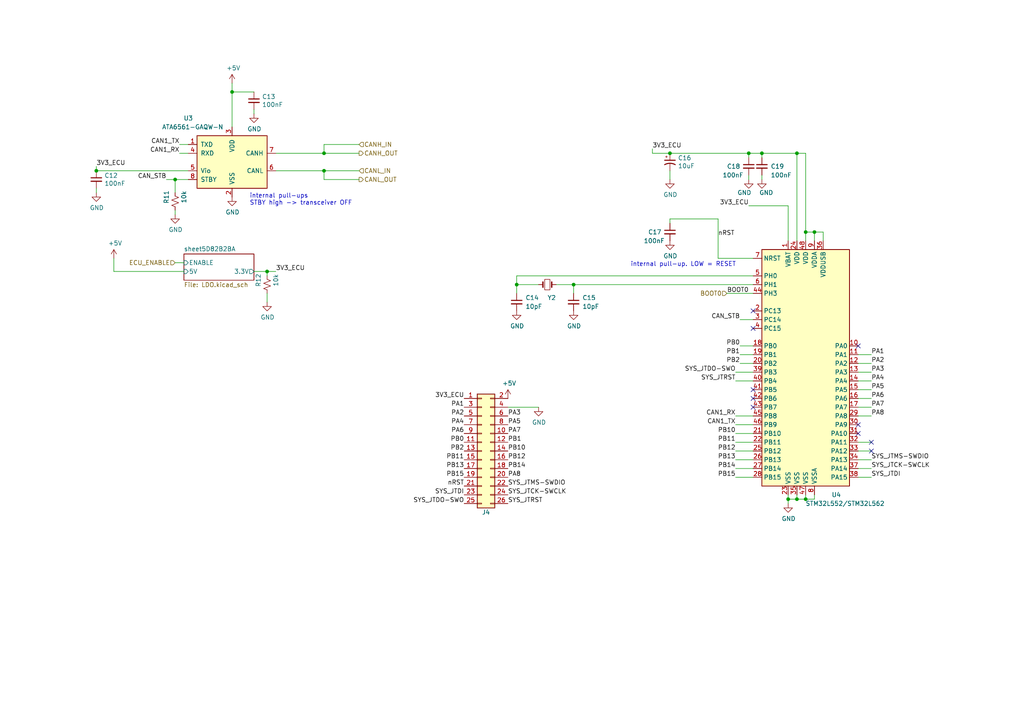
<source format=kicad_sch>
(kicad_sch (version 20230121) (generator eeschema)
  (paper "A4")
  (title_block (title "RAMN: Resistant Automotive Miniature Network V1.0") (date "2024-02-20") (rev "B2L") (company "Copyright (c) 2024 TOYOTA MOTOR CORPORATION. ALL RIGHTS RESERVED.") (comment 3 "License: CC BY-SA 4.0") (comment 4 "https://github.com/toyotainfotech/ramn"))
  (lib_symbols
    (symbol "Connector_Generic:Conn_02x13_Odd_Even" (pin_names (offset 1.016) hide)
      (property "Reference" "J" (at 1.27 17.78 0))
      (property "Value" "Conn_02x13_Odd_Even" (at 1.27 -17.78 0))
      (symbol "Conn_02x13_Odd_Even_1_1"
        (rectangle (start -1.27 -15.113) (end 0 -15.367) (stroke (width 0.1524)))
        (rectangle (start -1.27 -12.573) (end 0 -12.827) (stroke (width 0.1524)))
        (rectangle (start -1.27 -10.033) (end 0 -10.287) (stroke (width 0.1524)))
        (rectangle (start -1.27 -7.493) (end 0 -7.747) (stroke (width 0.1524)))
        (rectangle (start -1.27 -4.953) (end 0 -5.207) (stroke (width 0.1524)))
        (rectangle (start -1.27 -2.413) (end 0 -2.667) (stroke (width 0.1524)))
        (rectangle (start -1.27 0.127) (end 0 -0.127) (stroke (width 0.1524)))
        (rectangle (start -1.27 2.667) (end 0 2.413) (stroke (width 0.1524)))
        (rectangle (start -1.27 5.207) (end 0 4.953) (stroke (width 0.1524)))
        (rectangle (start -1.27 7.747) (end 0 7.493) (stroke (width 0.1524)))
        (rectangle (start -1.27 10.287) (end 0 10.033) (stroke (width 0.1524)))
        (rectangle (start -1.27 12.827) (end 0 12.573) (stroke (width 0.1524)))
        (rectangle (start -1.27 15.367) (end 0 15.113) (stroke (width 0.1524)))
        (rectangle (start -1.27 16.51) (end 3.81 -16.51) (stroke (width 0.254)) (fill (type background)))
        (rectangle (start 3.81 -15.113) (end 2.54 -15.367) (stroke (width 0.1524)))
        (rectangle (start 3.81 -12.573) (end 2.54 -12.827) (stroke (width 0.1524)))
        (rectangle (start 3.81 -10.033) (end 2.54 -10.287) (stroke (width 0.1524)))
        (rectangle (start 3.81 -7.493) (end 2.54 -7.747) (stroke (width 0.1524)))
        (rectangle (start 3.81 -4.953) (end 2.54 -5.207) (stroke (width 0.1524)))
        (rectangle (start 3.81 -2.413) (end 2.54 -2.667) (stroke (width 0.1524)))
        (rectangle (start 3.81 0.127) (end 2.54 -0.127) (stroke (width 0.1524)))
        (rectangle (start 3.81 2.667) (end 2.54 2.413) (stroke (width 0.1524)))
        (rectangle (start 3.81 5.207) (end 2.54 4.953) (stroke (width 0.1524)))
        (rectangle (start 3.81 7.747) (end 2.54 7.493) (stroke (width 0.1524)))
        (rectangle (start 3.81 10.287) (end 2.54 10.033) (stroke (width 0.1524)))
        (rectangle (start 3.81 12.827) (end 2.54 12.573) (stroke (width 0.1524)))
        (rectangle (start 3.81 15.367) (end 2.54 15.113) (stroke (width 0.1524)))
        (pin passive line (at -5.08 15.24 0) (length 3.81) (name "Pin_1") (number "1"))
        (pin passive line (at 7.62 5.08 180) (length 3.81) (name "Pin_10") (number "10"))
        (pin passive line (at -5.08 2.54 0) (length 3.81) (name "Pin_11") (number "11"))
        (pin passive line (at 7.62 2.54 180) (length 3.81) (name "Pin_12") (number "12"))
        (pin passive line (at -5.08 0 0) (length 3.81) (name "Pin_13") (number "13"))
        (pin passive line (at 7.62 0 180) (length 3.81) (name "Pin_14") (number "14"))
        (pin passive line (at -5.08 -2.54 0) (length 3.81) (name "Pin_15") (number "15"))
        (pin passive line (at 7.62 -2.54 180) (length 3.81) (name "Pin_16") (number "16"))
        (pin passive line (at -5.08 -5.08 0) (length 3.81) (name "Pin_17") (number "17"))
        (pin passive line (at 7.62 -5.08 180) (length 3.81) (name "Pin_18") (number "18"))
        (pin passive line (at -5.08 -7.62 0) (length 3.81) (name "Pin_19") (number "19"))
        (pin passive line (at 7.62 15.24 180) (length 3.81) (name "Pin_2") (number "2"))
        (pin passive line (at 7.62 -7.62 180) (length 3.81) (name "Pin_20") (number "20"))
        (pin passive line (at -5.08 -10.16 0) (length 3.81) (name "Pin_21") (number "21"))
        (pin passive line (at 7.62 -10.16 180) (length 3.81) (name "Pin_22") (number "22"))
        (pin passive line (at -5.08 -12.7 0) (length 3.81) (name "Pin_23") (number "23"))
        (pin passive line (at 7.62 -12.7 180) (length 3.81) (name "Pin_24") (number "24"))
        (pin passive line (at -5.08 -15.24 0) (length 3.81) (name "Pin_25") (number "25"))
        (pin passive line (at 7.62 -15.24 180) (length 3.81) (name "Pin_26") (number "26"))
        (pin passive line (at -5.08 12.7 0) (length 3.81) (name "Pin_3") (number "3"))
        (pin passive line (at 7.62 12.7 180) (length 3.81) (name "Pin_4") (number "4"))
        (pin passive line (at -5.08 10.16 0) (length 3.81) (name "Pin_5") (number "5"))
        (pin passive line (at 7.62 10.16 180) (length 3.81) (name "Pin_6") (number "6"))
        (pin passive line (at -5.08 7.62 0) (length 3.81) (name "Pin_7") (number "7"))
        (pin passive line (at 7.62 7.62 180) (length 3.81) (name "Pin_8") (number "8"))
        (pin passive line (at -5.08 5.08 0) (length 3.81) (name "Pin_9") (number "9"))
      )
    )
    (symbol "Device:C_Small" (pin_numbers hide) (pin_names (offset 0.254) hide)
      (property "Reference" "C" (at 0.254 1.778 0))
      (property "Value" "C_Small" (at 0.254 -2.032 0))
      (symbol "C_Small_0_1"
        (polyline (pts (xy -1.524 -0.508) (xy 1.524 -0.508)) (stroke (width 0.3302)))
        (polyline (pts (xy -1.524 0.508) (xy 1.524 0.508)) (stroke (width 0.3048)))
      )
      (symbol "C_Small_1_1"
        (pin passive line (at 0 2.54 270) (length 2.032) (name "~") (number "1"))
        (pin passive line (at 0 -2.54 90) (length 2.032) (name "~") (number "2"))
      )
    )
    (symbol "Device:Crystal_Small" (pin_numbers hide) (pin_names (offset 1.016) hide)
      (property "Reference" "Y" (at 0 2.54 0))
      (property "Value" "Crystal_Small" (at 0 -2.54 0))
      (symbol "Crystal_Small_0_1"
        (rectangle (start -0.762 -1.524) (end 0.762 1.524))
        (polyline (pts (xy -1.27 -0.762) (xy -1.27 0.762)) (stroke (width 0.381)))
        (polyline (pts (xy 1.27 -0.762) (xy 1.27 0.762)) (stroke (width 0.381)))
      )
      (symbol "Crystal_Small_1_1"
        (pin passive line (at -2.54 0 0) (length 1.27) (name "1") (number "1"))
        (pin passive line (at 2.54 0 180) (length 1.27) (name "2") (number "2"))
      )
    )
    (symbol "Device:R_Small_US" (pin_numbers hide) (pin_names (offset 0.254) hide)
      (property "Reference" "R" (at 0.762 0.508 0))
      (property "Value" "R_Small_US" (at 0.762 -1.016 0))
      (symbol "R_Small_US_1_1"
        (polyline (pts (xy 0 0) (xy 1.016 -0.381) (xy 0 -0.762) (xy -1.016 -1.143) (xy 0 -1.524)))
        (polyline (pts (xy 0 1.524) (xy 1.016 1.143) (xy 0 0.762) (xy -1.016 0.381) (xy 0 0)))
        (pin passive line (at 0 2.54 270) (length 1.016) (name "~") (number "1"))
        (pin passive line (at 0 -2.54 90) (length 1.016) (name "~") (number "2"))
      )
    )
    (symbol "Interface_CAN_LIN:MCP2562-E-SN" (pin_names (offset 1.016))
      (property "Reference" "U" (at -10.16 8.89 0))
      (property "Value" "MCP2562-E-SN" (at 2.54 8.89 0))
      (symbol "MCP2562-E-SN_0_1"
        (rectangle (start -10.16 7.62) (end 10.16 -7.62) (stroke (width 0.254)) (fill (type background)))
      )
      (symbol "MCP2562-E-SN_1_1"
        (pin input line (at -12.7 5.08 0) (length 2.54) (name "TXD") (number "1"))
        (pin power_in line (at 0 -10.16 90) (length 2.54) (name "VSS") (number "2"))
        (pin power_in line (at 0 10.16 270) (length 2.54) (name "VDD") (number "3"))
        (pin output line (at -12.7 2.54 0) (length 2.54) (name "RXD") (number "4"))
        (pin power_in line (at -12.7 -2.54 0) (length 2.54) (name "Vio") (number "5"))
        (pin bidirectional line (at 12.7 -2.54 180) (length 2.54) (name "CANL") (number "6"))
        (pin bidirectional line (at 12.7 2.54 180) (length 2.54) (name "CANH") (number "7"))
        (pin input line (at -12.7 -5.08 0) (length 2.54) (name "STBY") (number "8"))
      )
    )
    (symbol "power:+5V" (power) (pin_names (offset 0))
      (property "Value" "+5V" (at 0 3.556 0))
      (symbol "+5V_0_1"
        (polyline (pts (xy -0.762 1.27) (xy 0 2.54)))
        (polyline (pts (xy 0 0) (xy 0 2.54)))
        (polyline (pts (xy 0 2.54) (xy 0.762 1.27)))
      )
      (symbol "+5V_1_1"
        (pin power_in line (at 0 0 90) (length 0) hide (name "+5V") (number "1"))
      )
    )
    (symbol "power:GND" (power) (pin_names (offset 0))
      (property "Value" "GND" (at 0 -3.81 0))
      (symbol "GND_0_1"
        (polyline (pts (xy 0 0) (xy 0 -1.27) (xy 1.27 -1.27) (xy 0 -2.54) (xy -1.27 -1.27) (xy 0 -1.27)))
      )
      (symbol "GND_1_1"
        (pin power_in line (at 0 0 270) (length 0) hide (name "GND") (number "1"))
      )
    )
    (symbol "ramn-rescue:CP1_Small-Device" (pin_numbers hide) (pin_names (offset 0.254) hide)
      (property "Reference" "C" (at 0.254 1.778 0))
      (property "Value" "Device_CP1_Small" (at 0.254 -2.032 0))
      (symbol "CP1_Small-Device_0_1"
        (polyline (pts (xy -1.524 0.508) (xy 1.524 0.508)) (stroke (width 0.3048)))
        (polyline (pts (xy -1.27 1.524) (xy -0.762 1.524)))
        (polyline (pts (xy -1.016 1.27) (xy -1.016 1.778)))
        (arc (start 1.524 -0.762) (mid 0 -0.3734) (end -1.524 -0.762) (stroke (width 0.3048)))
      )
      (symbol "CP1_Small-Device_1_1"
        (pin passive line (at 0 2.54 270) (length 2.032) (name "~") (number "1"))
        (pin passive line (at 0 -2.54 90) (length 2.032) (name "~") (number "2"))
      )
    )
    (symbol "ramn-rescue:STM32L443CCTx-MCU_ST_STM32L4"
      (property "Reference" "U" (at -12.7 34.29 0))
      (property "Value" "MCU_ST_STM32L4_STM32L443CCTx" (at 7.62 34.29 0))
      (symbol "STM32L443CCTx-MCU_ST_STM32L4_0_1"
        (rectangle (start -12.7 -35.56) (end 12.7 33.02) (stroke (width 0.254)) (fill (type background)))
      )
      (symbol "STM32L443CCTx-MCU_ST_STM32L4_1_1"
        (pin power_in line (at -5.08 35.56 270) (length 2.54) (name "VBAT") (number "1"))
        (pin bidirectional line (at 15.24 5.08 180) (length 2.54) (name "PA0") (number "10"))
        (pin bidirectional line (at 15.24 2.54 180) (length 2.54) (name "PA1") (number "11"))
        (pin bidirectional line (at 15.24 0 180) (length 2.54) (name "PA2") (number "12"))
        (pin bidirectional line (at 15.24 -2.54 180) (length 2.54) (name "PA3") (number "13"))
        (pin bidirectional line (at 15.24 -5.08 180) (length 2.54) (name "PA4") (number "14"))
        (pin bidirectional line (at 15.24 -7.62 180) (length 2.54) (name "PA5") (number "15"))
        (pin bidirectional line (at 15.24 -10.16 180) (length 2.54) (name "PA6") (number "16"))
        (pin bidirectional line (at 15.24 -12.7 180) (length 2.54) (name "PA7") (number "17"))
        (pin bidirectional line (at -15.24 5.08 0) (length 2.54) (name "PB0") (number "18"))
        (pin bidirectional line (at -15.24 2.54 0) (length 2.54) (name "PB1") (number "19"))
        (pin bidirectional line (at -15.24 15.24 0) (length 2.54) (name "PC13") (number "2"))
        (pin bidirectional line (at -15.24 0 0) (length 2.54) (name "PB2") (number "20"))
        (pin bidirectional line (at -15.24 -20.32 0) (length 2.54) (name "PB10") (number "21"))
        (pin bidirectional line (at -15.24 -22.86 0) (length 2.54) (name "PB11") (number "22"))
        (pin power_in line (at -5.08 -38.1 90) (length 2.54) (name "VSS") (number "23"))
        (pin power_in line (at -2.54 35.56 270) (length 2.54) (name "VDD") (number "24"))
        (pin bidirectional line (at -15.24 -25.4 0) (length 2.54) (name "PB12") (number "25"))
        (pin bidirectional line (at -15.24 -27.94 0) (length 2.54) (name "PB13") (number "26"))
        (pin bidirectional line (at -15.24 -30.48 0) (length 2.54) (name "PB14") (number "27"))
        (pin bidirectional line (at -15.24 -33.02 0) (length 2.54) (name "PB15") (number "28"))
        (pin bidirectional line (at 15.24 -15.24 180) (length 2.54) (name "PA8") (number "29"))
        (pin bidirectional line (at -15.24 12.7 0) (length 2.54) (name "PC14") (number "3"))
        (pin bidirectional line (at 15.24 -17.78 180) (length 2.54) (name "PA9") (number "30"))
        (pin bidirectional line (at 15.24 -20.32 180) (length 2.54) (name "PA10") (number "31"))
        (pin bidirectional line (at 15.24 -22.86 180) (length 2.54) (name "PA11") (number "32"))
        (pin bidirectional line (at 15.24 -25.4 180) (length 2.54) (name "PA12") (number "33"))
        (pin bidirectional line (at 15.24 -27.94 180) (length 2.54) (name "PA13") (number "34"))
        (pin power_in line (at -2.54 -38.1 90) (length 2.54) (name "VSS") (number "35"))
        (pin power_in line (at 5.08 35.56 270) (length 2.54) (name "VDDUSB") (number "36"))
        (pin bidirectional line (at 15.24 -30.48 180) (length 2.54) (name "PA14") (number "37"))
        (pin bidirectional line (at 15.24 -33.02 180) (length 2.54) (name "PA15") (number "38"))
        (pin bidirectional line (at -15.24 -2.54 0) (length 2.54) (name "PB3") (number "39"))
        (pin bidirectional line (at -15.24 10.16 0) (length 2.54) (name "PC15") (number "4"))
        (pin bidirectional line (at -15.24 -5.08 0) (length 2.54) (name "PB4") (number "40"))
        (pin bidirectional line (at -15.24 -7.62 0) (length 2.54) (name "PB5") (number "41"))
        (pin bidirectional line (at -15.24 -10.16 0) (length 2.54) (name "PB6") (number "42"))
        (pin bidirectional line (at -15.24 -12.7 0) (length 2.54) (name "PB7") (number "43"))
        (pin bidirectional line (at -15.24 20.32 0) (length 2.54) (name "PH3") (number "44"))
        (pin bidirectional line (at -15.24 -15.24 0) (length 2.54) (name "PB8") (number "45"))
        (pin bidirectional line (at -15.24 -17.78 0) (length 2.54) (name "PB9") (number "46"))
        (pin power_in line (at 0 -38.1 90) (length 2.54) (name "VSS") (number "47"))
        (pin power_in line (at 0 35.56 270) (length 2.54) (name "VDD") (number "48"))
        (pin input line (at -15.24 25.4 0) (length 2.54) (name "PH0") (number "5"))
        (pin input line (at -15.24 22.86 0) (length 2.54) (name "PH1") (number "6"))
        (pin input line (at -15.24 30.48 0) (length 2.54) (name "NRST") (number "7"))
        (pin power_in line (at 2.54 -38.1 90) (length 2.54) (name "VSSA") (number "8"))
        (pin power_in line (at 2.54 35.56 270) (length 2.54) (name "VDDA") (number "9"))
      )
    )
  )
  (junction (at 231.14 144.78))
  (junction (at 236.22 67.31))
  (junction (at 93.98 44.45))
  (junction (at 93.98 49.53))
  (junction (at 194.31 44.45))
  (junction (at 231.14 44.45))
  (junction (at 149.86 82.55))
  (junction (at 77.47 78.74))
  (junction (at 166.37 82.55))
  (junction (at 27.94 49.53))
  (junction (at 233.68 144.78))
  (junction (at 50.8 52.07))
  (junction (at 233.68 67.31))
  (junction (at 217.17 44.45))
  (junction (at 220.98 44.45))
  (junction (at 228.6 144.78))
  (junction (at 67.31 26.67))
  (no_connect (at 218.44 115.57))
  (no_connect (at 218.44 118.11))
  (no_connect (at 252.73 130.81))
  (no_connect (at 218.44 90.17))
  (no_connect (at 248.92 100.33))
  (no_connect (at 218.44 113.03))
  (no_connect (at 252.73 128.27))
  (no_connect (at 248.92 123.19))
  (no_connect (at 248.92 125.73))
  (no_connect (at 218.44 95.25))
  (wire (pts (xy 248.92 118.11) (xy 252.73 118.11)))
  (wire (pts (xy 80.01 49.53) (xy 93.98 49.53)))
  (wire (pts (xy 213.36 135.89) (xy 218.44 135.89)))
  (wire (pts (xy 248.92 115.57) (xy 252.73 115.57)))
  (wire (pts (xy 214.63 105.41) (xy 218.44 105.41)))
  (wire (pts (xy 194.31 44.45) (xy 189.23 44.45)))
  (wire (pts (xy 67.31 26.67) (xy 67.31 36.83)))
  (wire (pts (xy 231.14 144.78) (xy 228.6 144.78)))
  (wire (pts (xy 149.86 80.01) (xy 218.44 80.01)))
  (wire (pts (xy 217.17 44.45) (xy 220.98 44.45)))
  (wire (pts (xy 194.31 49.53) (xy 194.31 52.07)))
  (wire (pts (xy 236.22 144.78) (xy 233.68 144.78)))
  (wire (pts (xy 217.17 59.69) (xy 228.6 59.69)))
  (wire (pts (xy 93.98 52.07) (xy 104.14 52.07)))
  (wire (pts (xy 228.6 143.51) (xy 228.6 144.78)))
  (wire (pts (xy 218.44 107.95) (xy 213.36 107.95)))
  (wire (pts (xy 93.98 41.91) (xy 104.14 41.91)))
  (wire (pts (xy 248.92 110.49) (xy 252.73 110.49)))
  (wire (pts (xy 210.82 85.09) (xy 218.44 85.09)))
  (wire (pts (xy 248.92 120.65) (xy 252.73 120.65)))
  (wire (pts (xy 248.92 105.41) (xy 252.73 105.41)))
  (wire (pts (xy 252.73 128.27) (xy 248.92 128.27)))
  (wire (pts (xy 147.32 118.11) (xy 156.21 118.11)))
  (wire (pts (xy 189.23 44.45) (xy 189.23 43.18)))
  (wire (pts (xy 213.36 130.81) (xy 218.44 130.81)))
  (wire (pts (xy 213.36 125.73) (xy 218.44 125.73)))
  (wire (pts (xy 50.8 76.2) (xy 53.34 76.2)))
  (wire (pts (xy 252.73 138.43) (xy 248.92 138.43)))
  (wire (pts (xy 233.68 67.31) (xy 233.68 44.45)))
  (wire (pts (xy 236.22 69.85) (xy 236.22 67.31)))
  (wire (pts (xy 248.92 107.95) (xy 252.73 107.95)))
  (wire (pts (xy 231.14 143.51) (xy 231.14 144.78)))
  (wire (pts (xy 213.36 138.43) (xy 218.44 138.43)))
  (wire (pts (xy 77.47 80.01) (xy 77.47 78.74)))
  (wire (pts (xy 213.36 128.27) (xy 218.44 128.27)))
  (wire (pts (xy 27.94 48.26) (xy 27.94 49.53)))
  (wire (pts (xy 77.47 78.74) (xy 80.01 78.74)))
  (wire (pts (xy 50.8 52.07) (xy 48.26 52.07)))
  (wire (pts (xy 194.31 44.45) (xy 217.17 44.45)))
  (wire (pts (xy 217.17 44.45) (xy 217.17 45.72)))
  (wire (pts (xy 252.73 135.89) (xy 248.92 135.89)))
  (wire (pts (xy 194.31 63.5) (xy 208.28 63.5)))
  (wire (pts (xy 27.94 49.53) (xy 54.61 49.53)))
  (wire (pts (xy 248.92 113.03) (xy 252.73 113.03)))
  (wire (pts (xy 208.28 74.93) (xy 218.44 74.93)))
  (wire (pts (xy 50.8 52.07) (xy 50.8 55.88)))
  (wire (pts (xy 50.8 60.96) (xy 50.8 62.23)))
  (wire (pts (xy 161.29 82.55) (xy 166.37 82.55)))
  (wire (pts (xy 73.66 26.67) (xy 67.31 26.67)))
  (wire (pts (xy 214.63 102.87) (xy 218.44 102.87)))
  (wire (pts (xy 231.14 44.45) (xy 233.68 44.45)))
  (wire (pts (xy 73.66 78.74) (xy 77.47 78.74)))
  (wire (pts (xy 218.44 110.49) (xy 213.36 110.49)))
  (wire (pts (xy 218.44 92.71) (xy 214.63 92.71)))
  (wire (pts (xy 194.31 64.77) (xy 194.31 63.5)))
  (wire (pts (xy 208.28 63.5) (xy 208.28 74.93)))
  (wire (pts (xy 220.98 44.45) (xy 220.98 45.72)))
  (wire (pts (xy 149.86 80.01) (xy 149.86 82.55)))
  (wire (pts (xy 233.68 143.51) (xy 233.68 144.78)))
  (wire (pts (xy 236.22 143.51) (xy 236.22 144.78)))
  (wire (pts (xy 54.61 52.07) (xy 50.8 52.07)))
  (wire (pts (xy 166.37 82.55) (xy 218.44 82.55)))
  (wire (pts (xy 149.86 82.55) (xy 149.86 85.09)))
  (wire (pts (xy 166.37 82.55) (xy 166.37 85.09)))
  (wire (pts (xy 248.92 133.35) (xy 252.73 133.35)))
  (wire (pts (xy 33.02 74.93) (xy 33.02 78.74)))
  (wire (pts (xy 93.98 49.53) (xy 104.14 49.53)))
  (wire (pts (xy 213.36 123.19) (xy 218.44 123.19)))
  (wire (pts (xy 27.94 54.61) (xy 27.94 55.88)))
  (wire (pts (xy 220.98 50.8) (xy 220.98 52.07)))
  (wire (pts (xy 67.31 24.13) (xy 67.31 26.67)))
  (wire (pts (xy 220.98 44.45) (xy 231.14 44.45)))
  (wire (pts (xy 93.98 44.45) (xy 93.98 41.91)))
  (wire (pts (xy 236.22 67.31) (xy 233.68 67.31)))
  (wire (pts (xy 228.6 144.78) (xy 228.6 146.05)))
  (wire (pts (xy 214.63 100.33) (xy 218.44 100.33)))
  (wire (pts (xy 73.66 31.75) (xy 73.66 33.02)))
  (wire (pts (xy 236.22 67.31) (xy 238.76 67.31)))
  (wire (pts (xy 77.47 85.09) (xy 77.47 87.63)))
  (wire (pts (xy 149.86 82.55) (xy 156.21 82.55)))
  (wire (pts (xy 217.17 50.8) (xy 217.17 52.07)))
  (wire (pts (xy 228.6 59.69) (xy 228.6 69.85)))
  (wire (pts (xy 248.92 102.87) (xy 252.73 102.87)))
  (wire (pts (xy 80.01 44.45) (xy 93.98 44.45)))
  (wire (pts (xy 238.76 67.31) (xy 238.76 69.85)))
  (wire (pts (xy 231.14 69.85) (xy 231.14 44.45)))
  (wire (pts (xy 213.36 133.35) (xy 218.44 133.35)))
  (wire (pts (xy 52.07 44.45) (xy 54.61 44.45)))
  (wire (pts (xy 93.98 44.45) (xy 104.14 44.45)))
  (wire (pts (xy 33.02 78.74) (xy 53.34 78.74)))
  (wire (pts (xy 233.68 69.85) (xy 233.68 67.31)))
  (wire (pts (xy 93.98 52.07) (xy 93.98 49.53)))
  (wire (pts (xy 248.92 130.81) (xy 252.73 130.81)))
  (wire (pts (xy 52.07 41.91) (xy 54.61 41.91)))
  (wire (pts (xy 233.68 144.78) (xy 231.14 144.78)))
  (wire (pts (xy 213.36 120.65) (xy 218.44 120.65)))
  (text "internal pull-ups\nSTBY high -> transceiver OFF" (at 72.39 59.69 0) (effects (font (size 1.27 1.27)) (justify left bottom)))
  (text "internal pull-up. LOW = RESET" (at 182.88 77.47 0) (effects (font (size 1.27 1.27)) (justify left bottom)))
  (label "PB15" (at 134.62 138.43 180))
  (label "PA5" (at 252.73 113.03 0))
  (label "SYS_JTDI" (at 134.62 143.51 180))
  (label "SYS_JTCK-SWCLK" (at 252.73 135.89 0))
  (label "PB10" (at 213.36 125.73 180))
  (label "PA3" (at 147.32 120.65 0))
  (label "SYS_JTMS-SWDIO" (at 252.73 133.35 0))
  (label "SYS_JTCK-SWCLK" (at 147.32 143.51 0))
  (label "nRST" (at 208.28 68.58 0))
  (label "3V3_ECU" (at 134.62 115.57 180))
  (label "SYS_JTMS-SWDIO" (at 147.32 140.97 0))
  (label "PB11" (at 213.36 128.27 180))
  (label "PB10" (at 147.32 130.81 0))
  (label "PB13" (at 134.62 135.89 180))
  (label "PB0" (at 134.62 128.27 180))
  (label "3V3_ECU" (at 80.01 78.74 0))
  (label "PB0" (at 214.63 100.33 180))
  (label "PB2" (at 214.63 105.41 180))
  (label "3V3_ECU" (at 217.17 59.69 180))
  (label "PA6" (at 134.62 125.73 180))
  (label "PB12" (at 213.36 130.81 180))
  (label "PB2" (at 134.62 130.81 180))
  (label "PB14" (at 147.32 135.89 0))
  (label "PA1" (at 134.62 118.11 180))
  (label "CAN1_TX" (at 213.36 123.19 180))
  (label "PA8" (at 147.32 138.43 0))
  (label "PA2" (at 252.73 105.41 0))
  (label "BOOT0" (at 217.17 85.09 180))
  (label "PB13" (at 213.36 133.35 180))
  (label "PB1" (at 214.63 102.87 180))
  (label "SYS_JTDO-SWO" (at 213.36 107.95 180))
  (label "SYS_JTRST" (at 147.32 146.05 0))
  (label "PA2" (at 134.62 120.65 180))
  (label "PA1" (at 252.73 102.87 0))
  (label "3V3_ECU" (at 189.23 43.18 0))
  (label "CAN_STB" (at 48.26 52.07 180))
  (label "SYS_JTDI" (at 252.73 138.43 0))
  (label "PB11" (at 134.62 133.35 180))
  (label "PA7" (at 147.32 125.73 0))
  (label "PA7" (at 252.73 118.11 0))
  (label "SYS_JTDO-SWO" (at 134.62 146.05 180))
  (label "3V3_ECU" (at 27.94 48.26 0))
  (label "PB12" (at 147.32 133.35 0))
  (label "PB14" (at 213.36 135.89 180))
  (label "PB1" (at 147.32 128.27 0))
  (label "PA4" (at 252.73 110.49 0))
  (label "CAN1_TX" (at 52.07 41.91 180))
  (label "nRST" (at 134.62 140.97 180))
  (label "PA5" (at 147.32 123.19 0))
  (label "CAN1_RX" (at 52.07 44.45 180))
  (label "PB15" (at 213.36 138.43 180))
  (label "PA3" (at 252.73 107.95 0))
  (label "PA4" (at 134.62 123.19 180))
  (label "SYS_JTRST" (at 213.36 110.49 180))
  (label "PA6" (at 252.73 115.57 0))
  (label "PA8" (at 252.73 120.65 0))
  (label "CAN1_RX" (at 213.36 120.65 180))
  (label "CAN_STB" (at 214.63 92.71 180))
  (hierarchical_label "ECU_ENABLE" (shape input) (at 50.8 76.2 180))
  (hierarchical_label "CANH_IN" (shape input) (at 104.14 41.91 0))
  (hierarchical_label "CANH_OUT" (shape output) (at 104.14 44.45 0))
  (hierarchical_label "CANL_IN" (shape input) (at 104.14 49.53 0))
  (hierarchical_label "CANL_OUT" (shape output) (at 104.14 52.07 0))
  (hierarchical_label "BOOT0" (shape input) (at 210.82 85.09 180))
  (symbol (lib_id "power:GND") (at 67.31 57.15 0) (unit 1)
    (property "Reference" "#PWR025" (effects hide))
    (property "Value" "GND" (at 67.437 61.5442 0))
    (instances (project "ramn" (path "" (reference "#PWR025") (unit 1)) (path "" (reference "#PWR041") (unit 1))))
  )
  (symbol (lib_id "power:+5V") (at 67.31 24.13 0) (unit 1)
    (property "Reference" "#PWR024" (effects hide))
    (property "Value" "+5V" (at 67.691 19.7358 0))
    (instances (project "ramn" (path "" (reference "#PWR024") (unit 1)) (path "" (reference "#PWR040") (unit 1))))
  )
  (symbol (lib_id "power:GND") (at 73.66 33.02 0) (unit 1)
    (property "Reference" "#PWR026" (effects hide))
    (property "Value" "GND" (at 73.787 37.4142 0))
    (instances (project "ramn" (path "" (reference "#PWR026") (unit 1)) (path "" (reference "#PWR042") (unit 1))))
  )
  (symbol (lib_id "Device:C_Small") (at 73.66 29.21 0) (unit 1)
    (property "Reference" "C13" (at 75.9968 28.0416 0) (effects (justify left)))
    (property "Value" "100nF" (at 75.9968 30.353 0) (effects (justify left)))
    (property "Footprint" "Capacitor_SMD:C_0603_1608Metric" (effects hide))
    (instances (project "ramn" (path "" (reference "C13") (unit 1)) (path "" (reference "C21") (unit 1))))
  )
  (symbol (lib_id "power:GND") (at 27.94 55.88 0) (unit 1)
    (property "Reference" "#PWR021" (effects hide))
    (property "Value" "GND" (at 28.067 60.2742 0))
    (instances (project "ramn" (path "" (reference "#PWR021") (unit 1)) (path "" (reference "#PWR037") (unit 1))))
  )
  (symbol (lib_id "Device:C_Small") (at 27.94 52.07 0) (unit 1)
    (property "Reference" "C12" (at 30.2768 50.9016 0) (effects (justify left)))
    (property "Value" "100nF" (at 30.2768 53.213 0) (effects (justify left)))
    (property "Footprint" "Capacitor_SMD:C_0603_1608Metric" (effects hide))
    (instances (project "ramn" (path "" (reference "C12") (unit 1)) (path "" (reference "C20") (unit 1))))
  )
  (symbol (lib_id "Interface_CAN_LIN:MCP2562-E-SN") (at 67.31 46.99 0) (unit 1)
    (property "Reference" "U3" (at 54.61 34.29 0))
    (property "Value" "ATA6561-GAQW-N" (at 55.88 36.83 0))
    (property "Footprint" "Package_SO:SOIC-8_3.9x4.9mm_P1.27mm" (effects hide))
    (instances (project "ramn" (path "" (reference "U3") (unit 1)) (path "" (reference "U5") (unit 1))))
  )
  (symbol (lib_id "power:GND") (at 149.86 90.17 0) (unit 1)
    (property "Reference" "#PWR029" (effects hide))
    (property "Value" "GND" (at 149.987 94.5642 0))
    (instances (project "ramn" (path "" (reference "#PWR029") (unit 1)) (path "" (reference "#PWR045") (unit 1))))
  )
  (symbol (lib_id "power:GND") (at 166.37 90.17 0) (unit 1)
    (property "Reference" "#PWR031" (effects hide))
    (property "Value" "GND" (at 166.497 94.5642 0))
    (instances (project "ramn" (path "" (reference "#PWR031") (unit 1)) (path "" (reference "#PWR047") (unit 1))))
  )
  (symbol (lib_id "Device:C_Small") (at 166.37 87.63 0) (unit 1)
    (property "Reference" "C15" (at 168.91 86.36 0) (effects (justify left)))
    (property "Value" "10pF" (at 168.91 88.9 0) (effects (justify left)))
    (property "Footprint" "Capacitor_SMD:C_0603_1608Metric" (effects hide))
    (instances (project "ramn" (path "" (reference "C15") (unit 1)) (path "" (reference "C23") (unit 1))))
  )
  (symbol (lib_id "Device:C_Small") (at 149.86 87.63 0) (unit 1)
    (property "Reference" "C14" (at 152.4 86.36 0) (effects (justify left)))
    (property "Value" "10pF" (at 152.4 88.9 0) (effects (justify left)))
    (property "Footprint" "Capacitor_SMD:C_0603_1608Metric" (effects hide))
    (instances (project "ramn" (path "" (reference "C14") (unit 1)) (path "" (reference "C22") (unit 1))))
  )
  (symbol (lib_id "Device:Crystal_Small") (at 158.75 82.55 0) (unit 1)
    (property "Reference" "Y2" (at 160.02 86.36 0))
    (property "Value" "NX3225GD-8MHZ-STD-CRA-3" (effects hide))
    (property "Footprint" "digikey-footprints:SMD-2_3.2x2.5mm" (effects hide))
    (instances (project "ramn" (path "" (reference "Y2") (unit 1)) (path "" (reference "Y3") (unit 1))))
  )
  (symbol (lib_id "power:GND") (at 228.6 146.05 0) (unit 1)
    (property "Reference" "#PWR036" (effects hide))
    (property "Value" "GND" (at 228.727 150.4442 0))
    (instances (project "ramn" (path "" (reference "#PWR036") (unit 1)) (path "" (reference "#PWR052") (unit 1))))
  )
  (symbol (lib_id "power:GND") (at 194.31 69.85 0) (unit 1)
    (property "Reference" "#PWR033" (effects hide))
    (property "Value" "GND" (at 194.437 74.2442 0))
    (instances (project "ramn" (path "" (reference "#PWR033") (unit 1)) (path "" (reference "#PWR049") (unit 1))))
  )
  (symbol (lib_id "Device:C_Small") (at 194.31 67.31 0) (unit 1)
    (property "Reference" "C17" (at 187.96 67.31 0) (effects (justify left)))
    (property "Value" "100nF" (at 186.69 69.85 0) (effects (justify left)))
    (property "Footprint" "Capacitor_SMD:C_0603_1608Metric" (effects hide))
    (instances (project "ramn" (path "" (reference "C17") (unit 1)) (path "" (reference "C25") (unit 1))))
  )
  (symbol (lib_id "ramn-rescue:CP1_Small-Device") (at 194.31 46.99 0) (unit 1)
    (property "Reference" "C16" (at 196.6214 45.8216 0) (effects (justify left)))
    (property "Value" "10uF" (at 196.6214 48.133 0) (effects (justify left)))
    (property "Footprint" "Capacitor_SMD:C_1206_3216Metric" (effects hide))
    (instances (project "ramn" (path "" (reference "C16") (unit 1)) (path "" (reference "C24") (unit 1))))
  )
  (symbol (lib_id "power:GND") (at 194.31 52.07 0) (unit 1)
    (property "Reference" "#PWR032" (effects hide))
    (property "Value" "GND" (at 194.437 56.4642 0))
    (instances (project "ramn" (path "" (reference "#PWR032") (unit 1)) (path "" (reference "#PWR048") (unit 1))))
  )
  (symbol (lib_id "power:GND") (at 217.17 52.07 0) (unit 1)
    (property "Reference" "#PWR034" (effects hide))
    (property "Value" "GND" (at 215.9 55.88 0))
    (instances (project "ramn" (path "" (reference "#PWR034") (unit 1)) (path "" (reference "#PWR050") (unit 1))))
  )
  (symbol (lib_id "power:GND") (at 220.98 52.07 0) (unit 1)
    (property "Reference" "#PWR035" (effects hide))
    (property "Value" "GND" (at 222.25 55.88 0))
    (instances (project "ramn" (path "" (reference "#PWR035") (unit 1)) (path "" (reference "#PWR051") (unit 1))))
  )
  (symbol (lib_id "Device:C_Small") (at 220.98 48.26 0) (unit 1)
    (property "Reference" "C19" (at 223.52 48.26 0) (effects (justify left)))
    (property "Value" "100nF" (at 223.52 50.8 0) (effects (justify left)))
    (property "Footprint" "Capacitor_SMD:C_0603_1608Metric" (effects hide))
    (instances (project "ramn" (path "" (reference "C19") (unit 1)) (path "" (reference "C27") (unit 1))))
  )
  (symbol (lib_id "Device:C_Small") (at 217.17 48.26 0) (unit 1)
    (property "Reference" "C18" (at 210.82 48.26 0) (effects (justify left)))
    (property "Value" "100nF" (at 209.55 50.8 0) (effects (justify left)))
    (property "Footprint" "Capacitor_SMD:C_0603_1608Metric" (effects hide))
    (instances (project "ramn" (path "" (reference "C18") (unit 1)) (path "" (reference "C26") (unit 1))))
  )
  (symbol (lib_id "ramn-rescue:STM32L443CCTx-MCU_ST_STM32L4") (at 233.68 105.41 0) (unit 1)
    (property "Reference" "U4" (at 242.57 143.51 0))
    (property "Value" "STM32L552/STM32L562" (at 245.11 146.05 0))
    (property "Footprint" "Package_QFP:LQFP-48_7x7mm_P0.5mm" (effects hide))
    (property "Datasheet" "http://www.st.com/st-web-ui/static/active/en/resource/technical/document/datasheet/DM00254865.pdf" (effects hide))
    (instances (project "ramn" (path "" (reference "U4") (unit 1)) (path "" (reference "U6") (unit 1))))
  )
  (symbol (lib_id "power:+5V") (at 33.02 74.93 0) (unit 1)
    (property "Reference" "#PWR022" (effects hide))
    (property "Value" "+5V" (at 33.401 70.5358 0))
    (instances (project "ramn" (path "" (reference "#PWR022") (unit 1)) (path "" (reference "#PWR038") (unit 1))))
  )
  (symbol (lib_id "Device:R_Small_US") (at 50.8 58.42 0) (unit 1)
    (property "Reference" "R11" (at 48.26 57.15 90))
    (property "Value" "10k" (at 53.34 57.15 90))
    (property "Footprint" "Resistor_SMD:R_0603_1608Metric" (effects hide))
    (instances (project "ramn" (path "" (reference "R11") (unit 1)) (path "" (reference "R13") (unit 1))))
  )
  (symbol (lib_id "power:GND") (at 50.8 62.23 0) (unit 1)
    (property "Reference" "#PWR023" (effects hide))
    (property "Value" "GND" (at 50.927 66.6242 0))
    (instances (project "ramn" (path "" (reference "#PWR023") (unit 1)) (path "" (reference "#PWR039") (unit 1))))
  )
  (symbol (lib_id "power:GND") (at 156.21 118.11 0) (unit 1)
    (property "Reference" "#PWR030" (effects hide))
    (property "Value" "GND" (at 156.337 122.5042 0))
    (instances (project "ramn" (path "" (reference "#PWR030") (unit 1)) (path "" (reference "#PWR046") (unit 1))))
  )
  (symbol (lib_id "power:+5V") (at 147.32 115.57 0) (unit 1)
    (property "Reference" "#PWR028" (effects hide))
    (property "Value" "+5V" (at 147.701 111.1758 0))
    (instances (project "ramn" (path "" (reference "#PWR028") (unit 1)) (path "" (reference "#PWR044") (unit 1))))
  )
  (symbol (lib_id "Connector_Generic:Conn_02x13_Odd_Even") (at 139.7 130.81 0) (unit 1)
    (property "Reference" "J4" (at 140.97 148.59 0))
    (property "Value" " " (at 140.97 112.3696 0))
    (property "Footprint" "Connector_PinSocket_2.54mm:PinSocket_2x13_P2.54mm_Vertical" (effects hide))
    (instances (project "ramn" (path "" (reference "J4") (unit 1)) (path "" (reference "J5") (unit 1))))
  )
  (symbol (lib_id "Device:R_Small_US") (at 77.47 82.55 0) (unit 1)
    (property "Reference" "R12" (at 74.93 81.28 90))
    (property "Value" "10k" (at 80.01 81.28 90))
    (property "Footprint" "Resistor_SMD:R_0603_1608Metric" (effects hide))
    (instances (project "ramn" (path "" (reference "R12") (unit 1)) (path "" (reference "R14") (unit 1))))
  )
  (symbol (lib_id "power:GND") (at 77.47 87.63 0) (unit 1)
    (property "Reference" "#PWR027" (effects hide))
    (property "Value" "GND" (at 77.597 92.0242 0))
    (instances (project "ramn" (path "" (reference "#PWR027") (unit 1)) (path "" (reference "#PWR043") (unit 1))))
  )
  (sheet (at 53.34 73.66) (size 20.32 7.62)
    (property "Sheetname" "sheet5D82B2BA" (at 53.34 72.9484 0) (effects (justify left bottom)))
    (property "Sheetfile" "LDO.kicad_sch" (at 53.34 81.8646 0) (effects (justify left top)))
    (pin "3.3V" output (at 73.66 78.74 0))
    (pin "5V" input (at 53.34 78.74 180))
    (pin "ENABLE" input (at 53.34 76.2 180))
  )
)
</source>
